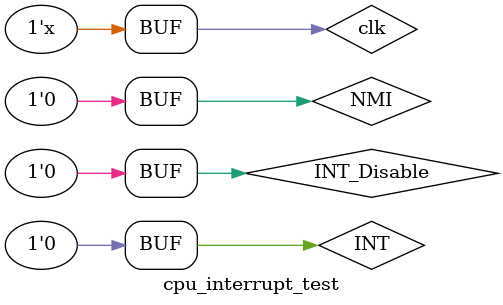
<source format=v>
`timescale 1ns / 1ps


module cpu_interrupt_test;

	// Inputs
	reg clk;
	reg INT;
	reg NMI;
	reg INT_Disable;

	// Outputs
	wire INA;

	// Instantiate the Unit Under Test (UUT)
	cpu uut (
		.clk(clk), 
		.INT(INT), 
		.NMI(NMI), 
		.INT_Disable(INT_Disable), 
		.INA(INA)
	);

	initial begin
		// Initialize Inputs
		clk = 0;
		NMI = 0;
		INT_Disable = 0;
		INT =0;
		#200;

		// Wait 100 ns for global reset to finish

		
		#50;
      INT = 1;
		NMI = 1;
		#30;
		INT_Disable = 1;
		
		#300;
		
		INT_Disable = 0;
		//#50;
		INT = 0;	
		NMI = 0;
		// Add stimulus here
		
		/*
		NMI = 1;
		#300;
		NMI = 0;
*/
	end
      
	always begin
		#100;
		clk = ~clk;
	end
	
endmodule


</source>
